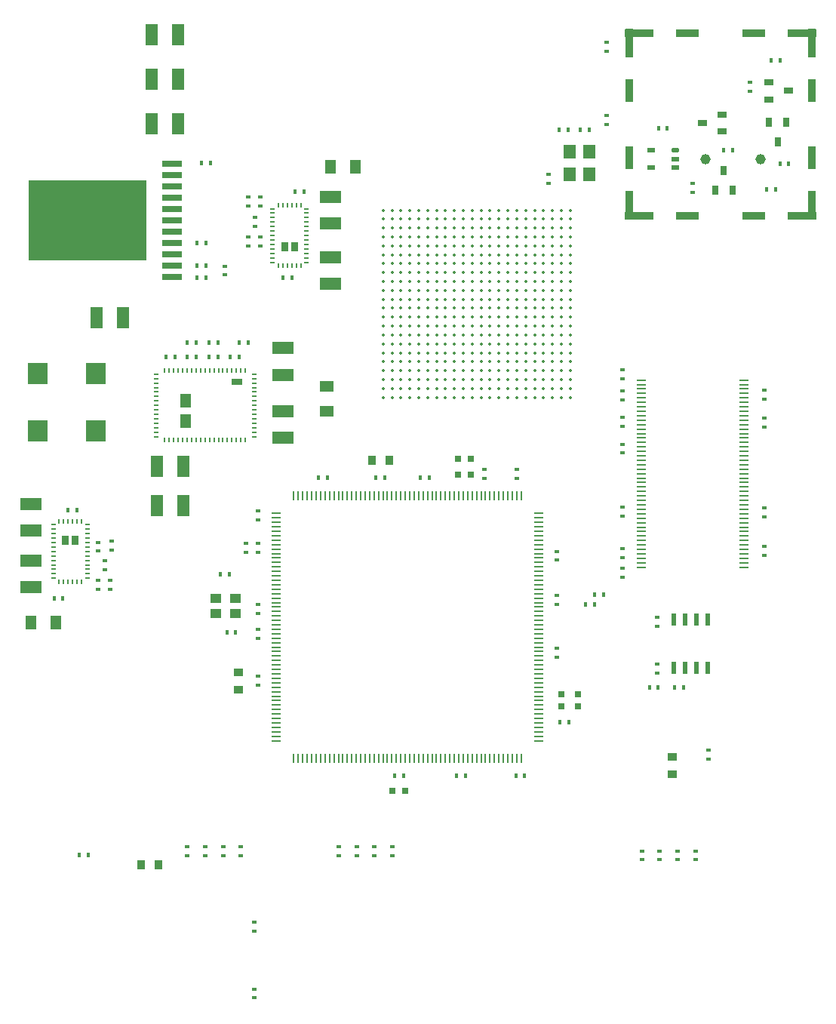
<source format=gbp>
G04 Layer_Color=128*
%FSLAX44Y44*%
%MOMM*%
G71*
G01*
G75*
%ADD98R,1.0400X0.6400*%
%ADD99R,0.6400X1.0400*%
%ADD102R,0.3700X0.5200*%
%ADD103R,0.5200X0.3700*%
%ADD104R,0.9000X1.1000*%
%ADD105R,1.1000X0.9000*%
%ADD106R,2.4000X1.4000*%
%ADD107R,1.4000X2.4000*%
%ADD108R,2.1600X2.3600*%
%ADD110R,1.2970X1.0938*%
%ADD113O,1.1000X0.2000*%
%ADD184R,1.3000X0.7500*%
%ADD185R,1.1750X1.6050*%
%ADD186C,0.3500*%
%ADD187O,0.2000X1.1000*%
G04:AMPARAMS|DCode=188|XSize=1.17mm|YSize=1.17mm|CornerRadius=0.585mm|HoleSize=0mm|Usage=FLASHONLY|Rotation=0.000|XOffset=0mm|YOffset=0mm|HoleType=Round|Shape=RoundedRectangle|*
%AMROUNDEDRECTD188*
21,1,1.1700,0.0000,0,0,0.0*
21,1,0.0000,1.1700,0,0,0.0*
1,1,1.1700,0.0000,0.0000*
1,1,1.1700,0.0000,0.0000*
1,1,1.1700,0.0000,0.0000*
1,1,1.1700,0.0000,0.0000*
%
%ADD188ROUNDEDRECTD188*%
%ADD189R,0.6800X0.6800*%
%ADD190R,0.6800X0.6800*%
%ADD191R,1.6000X1.2000*%
%ADD192R,1.2000X1.6000*%
G04:AMPARAMS|DCode=193|XSize=0.5096mm|YSize=0.154mm|CornerRadius=0.0643mm|HoleSize=0mm|Usage=FLASHONLY|Rotation=270.000|XOffset=0mm|YOffset=0mm|HoleType=Round|Shape=RoundedRectangle|*
%AMROUNDEDRECTD193*
21,1,0.5096,0.0254,0,0,270.0*
21,1,0.3810,0.1540,0,0,270.0*
1,1,0.1286,-0.0127,-0.1905*
1,1,0.1286,-0.0127,0.1905*
1,1,0.1286,0.0127,0.1905*
1,1,0.1286,0.0127,-0.1905*
%
%ADD193ROUNDEDRECTD193*%
G04:AMPARAMS|DCode=194|XSize=0.5096mm|YSize=0.154mm|CornerRadius=0.0643mm|HoleSize=0mm|Usage=FLASHONLY|Rotation=0.000|XOffset=0mm|YOffset=0mm|HoleType=Round|Shape=RoundedRectangle|*
%AMROUNDEDRECTD194*
21,1,0.5096,0.0254,0,0,0.0*
21,1,0.3810,0.1540,0,0,0.0*
1,1,0.1286,0.1905,-0.0127*
1,1,0.1286,-0.1905,-0.0127*
1,1,0.1286,-0.1905,0.0127*
1,1,0.1286,0.1905,0.0127*
%
%ADD194ROUNDEDRECTD194*%
%ADD195R,2.3130X0.7636*%
%ADD196R,13.2858X9.0440*%
%ADD197R,1.3986X1.6018*%
%ADD198R,0.9400X0.4900*%
%ADD199O,0.9400X0.4900*%
%ADD200R,0.5000X1.4500*%
%ADD201R,0.9160X3.2020*%
%ADD202R,3.2020X0.9160*%
%ADD203R,2.5162X0.9160*%
%ADD204R,0.9160X2.5162*%
G36*
X353084Y747807D02*
X345084Y747806D01*
Y757806D01*
X353084D01*
Y747807D01*
D02*
G37*
G36*
X364084Y747806D02*
X356084Y747806D01*
Y757806D01*
X364084D01*
Y747806D01*
D02*
G37*
G36*
X106958Y418722D02*
X98958D01*
Y428722D01*
X106958Y428722D01*
Y418722D01*
D02*
G37*
G36*
X117958Y418722D02*
X109958D01*
Y428721D01*
X117958Y428722D01*
Y418722D01*
D02*
G37*
D98*
X892732Y918362D02*
D03*
Y937362D02*
D03*
X914732Y927862D02*
D03*
X817548Y891794D02*
D03*
X839548Y882294D02*
D03*
Y901294D02*
D03*
D99*
X851510Y816532D02*
D03*
X832510D02*
D03*
X842010Y838532D02*
D03*
X902208Y870634D02*
D03*
X911708Y892634D02*
D03*
X892708D02*
D03*
D102*
X264240Y628904D02*
D03*
X274240D02*
D03*
X249856D02*
D03*
X239856D02*
D03*
X667004Y884428D02*
D03*
X657004D02*
D03*
X128720Y70660D02*
D03*
X118720D02*
D03*
X461438Y493522D02*
D03*
X451438D02*
D03*
X397176D02*
D03*
X387176D02*
D03*
X657940Y219710D02*
D03*
X667940D02*
D03*
X551862Y159512D02*
D03*
X541862D02*
D03*
X472266D02*
D03*
X482266D02*
D03*
X618410D02*
D03*
X608410D02*
D03*
X511476Y493522D02*
D03*
X501476D02*
D03*
X276750Y385500D02*
D03*
X286750D02*
D03*
X284250Y320500D02*
D03*
X294250D02*
D03*
X768430Y885444D02*
D03*
X778430D02*
D03*
X899842Y816864D02*
D03*
X889842D02*
D03*
X894922Y962152D02*
D03*
X904922D02*
D03*
X250778Y718312D02*
D03*
X260778D02*
D03*
X260500Y757250D02*
D03*
X250500D02*
D03*
X256000Y847000D02*
D03*
X266000D02*
D03*
X707056Y362298D02*
D03*
X697056D02*
D03*
X696750Y351500D02*
D03*
X686750D02*
D03*
X768270Y258412D02*
D03*
X758270D02*
D03*
X308022Y645668D02*
D03*
X298022D02*
D03*
X249856D02*
D03*
X239856D02*
D03*
X264240D02*
D03*
X274240D02*
D03*
X298116Y628904D02*
D03*
X288116D02*
D03*
X215726D02*
D03*
X225726D02*
D03*
X90250Y358648D02*
D03*
X100250D02*
D03*
X361000Y814750D02*
D03*
X371000D02*
D03*
X115918Y457200D02*
D03*
X105918D02*
D03*
X347298Y718058D02*
D03*
X357298D02*
D03*
X680800Y884428D02*
D03*
X690800D02*
D03*
X796464Y258412D02*
D03*
X786464D02*
D03*
X851582Y861060D02*
D03*
X841582D02*
D03*
X904828Y846328D02*
D03*
X914828D02*
D03*
X260778Y731774D02*
D03*
X250778D02*
D03*
D103*
X315000Y-80000D02*
D03*
Y-90000D02*
D03*
X710750Y972000D02*
D03*
Y982000D02*
D03*
X139750Y378500D02*
D03*
Y368500D02*
D03*
X321818Y808910D02*
D03*
Y798910D02*
D03*
X139500Y411250D02*
D03*
Y421250D02*
D03*
X321818Y753444D02*
D03*
Y763444D02*
D03*
X314842Y-15000D02*
D03*
Y-5000D02*
D03*
X766826Y274748D02*
D03*
Y284748D02*
D03*
X825084Y178349D02*
D03*
Y188349D02*
D03*
X728472Y561514D02*
D03*
Y551514D02*
D03*
X887222Y459874D02*
D03*
Y449874D02*
D03*
X728472Y460422D02*
D03*
Y450422D02*
D03*
X887222Y560458D02*
D03*
Y550458D02*
D03*
X728472Y590978D02*
D03*
Y580978D02*
D03*
X887222Y406480D02*
D03*
Y416480D02*
D03*
X728472Y531288D02*
D03*
Y521288D02*
D03*
X887222Y591660D02*
D03*
Y581660D02*
D03*
X728472Y604568D02*
D03*
Y614568D02*
D03*
Y381826D02*
D03*
Y391826D02*
D03*
X728222Y403924D02*
D03*
Y413924D02*
D03*
X319278Y323770D02*
D03*
Y313770D02*
D03*
X654304Y411146D02*
D03*
Y401146D02*
D03*
X319278Y419782D02*
D03*
Y409782D02*
D03*
Y456358D02*
D03*
Y446358D02*
D03*
X654304Y292434D02*
D03*
Y302434D02*
D03*
X609346Y492840D02*
D03*
Y502840D02*
D03*
X305308Y419782D02*
D03*
Y409782D02*
D03*
X319278Y271192D02*
D03*
Y261192D02*
D03*
X573532Y492840D02*
D03*
Y502840D02*
D03*
X654304Y351616D02*
D03*
Y361616D02*
D03*
X750000Y75000D02*
D03*
Y65000D02*
D03*
X770000D02*
D03*
Y75000D02*
D03*
X790000D02*
D03*
Y65000D02*
D03*
X260000Y70000D02*
D03*
Y80000D02*
D03*
X240000D02*
D03*
Y70000D02*
D03*
X300000D02*
D03*
Y80000D02*
D03*
X430000D02*
D03*
Y70000D02*
D03*
X410000D02*
D03*
Y80000D02*
D03*
X470000D02*
D03*
Y70000D02*
D03*
X810000Y65000D02*
D03*
Y75000D02*
D03*
X147320Y390478D02*
D03*
Y400478D02*
D03*
X153670Y378380D02*
D03*
Y368380D02*
D03*
X315468Y786050D02*
D03*
Y776050D02*
D03*
X308102Y798910D02*
D03*
Y808910D02*
D03*
X155194Y422322D02*
D03*
Y412322D02*
D03*
X308102Y753444D02*
D03*
Y763444D02*
D03*
X766750Y337000D02*
D03*
Y327000D02*
D03*
X280000Y80000D02*
D03*
Y70000D02*
D03*
X450000D02*
D03*
Y80000D02*
D03*
X319278Y351710D02*
D03*
Y341710D02*
D03*
X806958Y813896D02*
D03*
Y823896D02*
D03*
X870966Y927434D02*
D03*
Y937434D02*
D03*
X281940Y731186D02*
D03*
Y721186D02*
D03*
X710000Y900000D02*
D03*
Y890000D02*
D03*
X644906Y824310D02*
D03*
Y834310D02*
D03*
D104*
X207759Y59614D02*
D03*
X187759D02*
D03*
X466946Y513334D02*
D03*
X446946D02*
D03*
D105*
X784038Y180709D02*
D03*
Y160709D02*
D03*
X297180Y255684D02*
D03*
Y275684D02*
D03*
D106*
X347472Y639078D02*
D03*
Y609078D02*
D03*
X346964Y568466D02*
D03*
Y538466D02*
D03*
X64008Y370826D02*
D03*
Y400826D02*
D03*
X400558Y779004D02*
D03*
Y809004D02*
D03*
X64008Y464326D02*
D03*
Y434326D02*
D03*
X400558Y741186D02*
D03*
Y711186D02*
D03*
D107*
X235472Y462788D02*
D03*
X205472D02*
D03*
Y506476D02*
D03*
X235472D02*
D03*
X167908Y673354D02*
D03*
X137908D02*
D03*
X229630Y890524D02*
D03*
X199630D02*
D03*
Y940689D02*
D03*
X229630D02*
D03*
Y990854D02*
D03*
X199630D02*
D03*
D108*
X72148Y610616D02*
D03*
X137148D02*
D03*
Y545846D02*
D03*
X72148D02*
D03*
D110*
X294176Y358386D02*
D03*
X272078D02*
D03*
Y341368D02*
D03*
X294176D02*
D03*
D113*
X634418Y198636D02*
D03*
Y203636D02*
D03*
Y208636D02*
D03*
Y213636D02*
D03*
Y218636D02*
D03*
Y223636D02*
D03*
Y228636D02*
D03*
Y233636D02*
D03*
Y238636D02*
D03*
Y243636D02*
D03*
Y248636D02*
D03*
Y253636D02*
D03*
Y258636D02*
D03*
Y263636D02*
D03*
Y268636D02*
D03*
Y273636D02*
D03*
Y278636D02*
D03*
Y283636D02*
D03*
Y288636D02*
D03*
Y293636D02*
D03*
Y298636D02*
D03*
Y303636D02*
D03*
Y308636D02*
D03*
Y313636D02*
D03*
Y318636D02*
D03*
Y323636D02*
D03*
Y328636D02*
D03*
Y333636D02*
D03*
Y338636D02*
D03*
Y343636D02*
D03*
Y348636D02*
D03*
Y353636D02*
D03*
Y358636D02*
D03*
Y363636D02*
D03*
Y368636D02*
D03*
Y373636D02*
D03*
Y378636D02*
D03*
Y383636D02*
D03*
Y388636D02*
D03*
Y393636D02*
D03*
Y398636D02*
D03*
Y403636D02*
D03*
Y408636D02*
D03*
Y413636D02*
D03*
Y418636D02*
D03*
Y423636D02*
D03*
Y428636D02*
D03*
Y433636D02*
D03*
Y438636D02*
D03*
Y443636D02*
D03*
Y448636D02*
D03*
Y453636D02*
D03*
X339418D02*
D03*
Y448636D02*
D03*
Y443636D02*
D03*
Y438636D02*
D03*
Y433636D02*
D03*
Y428636D02*
D03*
Y423636D02*
D03*
Y418636D02*
D03*
Y413636D02*
D03*
Y408636D02*
D03*
Y403636D02*
D03*
Y398636D02*
D03*
Y393636D02*
D03*
Y388636D02*
D03*
Y383636D02*
D03*
Y378636D02*
D03*
Y373636D02*
D03*
Y368636D02*
D03*
Y363636D02*
D03*
Y358636D02*
D03*
Y353636D02*
D03*
Y348636D02*
D03*
Y343636D02*
D03*
Y338636D02*
D03*
Y333636D02*
D03*
Y328636D02*
D03*
Y323636D02*
D03*
Y318636D02*
D03*
Y313636D02*
D03*
Y308636D02*
D03*
Y303636D02*
D03*
Y298636D02*
D03*
Y293636D02*
D03*
Y288636D02*
D03*
Y283636D02*
D03*
Y278636D02*
D03*
Y273636D02*
D03*
Y268636D02*
D03*
Y263636D02*
D03*
Y258636D02*
D03*
Y253636D02*
D03*
Y248636D02*
D03*
Y243636D02*
D03*
Y238636D02*
D03*
Y233636D02*
D03*
Y228636D02*
D03*
Y223636D02*
D03*
Y218636D02*
D03*
Y213636D02*
D03*
Y208636D02*
D03*
Y203636D02*
D03*
Y198636D02*
D03*
X749204Y393264D02*
D03*
Y398264D02*
D03*
Y403264D02*
D03*
Y408264D02*
D03*
Y413264D02*
D03*
Y418264D02*
D03*
Y423264D02*
D03*
Y428264D02*
D03*
Y433264D02*
D03*
Y438264D02*
D03*
Y443264D02*
D03*
Y448264D02*
D03*
Y453264D02*
D03*
Y458264D02*
D03*
Y463264D02*
D03*
Y468264D02*
D03*
Y473264D02*
D03*
Y478264D02*
D03*
Y483264D02*
D03*
Y488264D02*
D03*
Y493264D02*
D03*
Y498264D02*
D03*
Y503264D02*
D03*
Y508264D02*
D03*
Y513264D02*
D03*
Y518264D02*
D03*
Y523264D02*
D03*
Y528264D02*
D03*
Y533264D02*
D03*
Y538264D02*
D03*
Y543264D02*
D03*
Y548264D02*
D03*
Y553264D02*
D03*
Y558264D02*
D03*
Y563264D02*
D03*
Y568264D02*
D03*
Y573264D02*
D03*
Y578264D02*
D03*
Y583264D02*
D03*
Y588264D02*
D03*
Y593264D02*
D03*
Y598264D02*
D03*
Y603264D02*
D03*
X864204Y393264D02*
D03*
Y398264D02*
D03*
Y403264D02*
D03*
Y408264D02*
D03*
Y413264D02*
D03*
Y418264D02*
D03*
Y423264D02*
D03*
Y428264D02*
D03*
Y433264D02*
D03*
Y438264D02*
D03*
Y443264D02*
D03*
Y448264D02*
D03*
Y453264D02*
D03*
Y458264D02*
D03*
Y463264D02*
D03*
Y468264D02*
D03*
Y473264D02*
D03*
Y478264D02*
D03*
Y483264D02*
D03*
Y488264D02*
D03*
Y493264D02*
D03*
Y498264D02*
D03*
Y503264D02*
D03*
Y508264D02*
D03*
Y513264D02*
D03*
Y518264D02*
D03*
Y523264D02*
D03*
Y528264D02*
D03*
Y533264D02*
D03*
Y538264D02*
D03*
Y543264D02*
D03*
Y548264D02*
D03*
Y553264D02*
D03*
Y558264D02*
D03*
Y563264D02*
D03*
Y568264D02*
D03*
Y573264D02*
D03*
Y578264D02*
D03*
Y583264D02*
D03*
Y588264D02*
D03*
Y593264D02*
D03*
Y598264D02*
D03*
Y603264D02*
D03*
D184*
X295341Y601301D02*
D03*
D185*
X238218Y580277D02*
D03*
Y557027D02*
D03*
D186*
X459534Y583848D02*
D03*
X469534D02*
D03*
X479534D02*
D03*
X489534D02*
D03*
X499534D02*
D03*
X509534D02*
D03*
X519534D02*
D03*
X529534D02*
D03*
X539534D02*
D03*
X549534D02*
D03*
X559534D02*
D03*
X569534D02*
D03*
X579534D02*
D03*
X589534D02*
D03*
X599534D02*
D03*
X609534D02*
D03*
X619534D02*
D03*
X629534D02*
D03*
X639534D02*
D03*
X649534D02*
D03*
X659534D02*
D03*
X669534D02*
D03*
X459534Y593848D02*
D03*
X469534D02*
D03*
X479534D02*
D03*
X489534D02*
D03*
X499534D02*
D03*
X509534D02*
D03*
X519534D02*
D03*
X529534D02*
D03*
X539534D02*
D03*
X549534D02*
D03*
X559534D02*
D03*
X569534D02*
D03*
X579534D02*
D03*
X589534D02*
D03*
X599534D02*
D03*
X609534D02*
D03*
X619534D02*
D03*
X629534D02*
D03*
X639534D02*
D03*
X649534D02*
D03*
X659534D02*
D03*
X669534D02*
D03*
X459534Y603848D02*
D03*
X469534D02*
D03*
X479534D02*
D03*
X489534D02*
D03*
X499534D02*
D03*
X509534D02*
D03*
X519534D02*
D03*
X529534D02*
D03*
X539534D02*
D03*
X549534D02*
D03*
X559534D02*
D03*
X569534D02*
D03*
X579534D02*
D03*
X589534D02*
D03*
X599534D02*
D03*
X609534D02*
D03*
X619534D02*
D03*
X629534D02*
D03*
X639534D02*
D03*
X649534D02*
D03*
X659534D02*
D03*
X669534D02*
D03*
X459534Y613848D02*
D03*
X469534D02*
D03*
X479534D02*
D03*
X489534D02*
D03*
X499534D02*
D03*
X509534D02*
D03*
X519534D02*
D03*
X529534D02*
D03*
X539534D02*
D03*
X549534D02*
D03*
X559534D02*
D03*
X569534D02*
D03*
X579534D02*
D03*
X589534D02*
D03*
X599534D02*
D03*
X609534D02*
D03*
X619534D02*
D03*
X629534D02*
D03*
X639534D02*
D03*
X649534D02*
D03*
X659534D02*
D03*
X669534D02*
D03*
X459534Y623848D02*
D03*
X469534D02*
D03*
X479534D02*
D03*
X489534D02*
D03*
X499534D02*
D03*
X509534D02*
D03*
X519534D02*
D03*
X529534D02*
D03*
X539534D02*
D03*
X549534D02*
D03*
X559534D02*
D03*
X569534D02*
D03*
X579534D02*
D03*
X589534D02*
D03*
X599534D02*
D03*
X609534D02*
D03*
X619534D02*
D03*
X629534D02*
D03*
X639534D02*
D03*
X649534D02*
D03*
X659534D02*
D03*
X669534D02*
D03*
X459534Y633848D02*
D03*
X469534D02*
D03*
X479534D02*
D03*
X489534D02*
D03*
X499534D02*
D03*
X509534D02*
D03*
X519534D02*
D03*
X529534D02*
D03*
X539534D02*
D03*
X549534D02*
D03*
X559534D02*
D03*
X569534D02*
D03*
X579534D02*
D03*
X589534D02*
D03*
X599534D02*
D03*
X609534D02*
D03*
X619534D02*
D03*
X629534D02*
D03*
X639534D02*
D03*
X649534D02*
D03*
X659534D02*
D03*
X669534D02*
D03*
X459534Y643848D02*
D03*
X469534D02*
D03*
X479534D02*
D03*
X489534D02*
D03*
X499534D02*
D03*
X509534D02*
D03*
X519534D02*
D03*
X529534D02*
D03*
X539534D02*
D03*
X549534D02*
D03*
X559534D02*
D03*
X569534D02*
D03*
X579534D02*
D03*
X589534D02*
D03*
X599534D02*
D03*
X609534D02*
D03*
X619534D02*
D03*
X629534D02*
D03*
X639534D02*
D03*
X649534D02*
D03*
X659534D02*
D03*
X669534D02*
D03*
X459534Y653848D02*
D03*
X469534D02*
D03*
X479534D02*
D03*
X489534D02*
D03*
X499534D02*
D03*
X509534D02*
D03*
X519534D02*
D03*
X529534D02*
D03*
X539534D02*
D03*
X549534D02*
D03*
X559534D02*
D03*
X569534D02*
D03*
X579534D02*
D03*
X589534D02*
D03*
X599534D02*
D03*
X609534D02*
D03*
X619534D02*
D03*
X629534D02*
D03*
X639534D02*
D03*
X649534D02*
D03*
X659534D02*
D03*
X669534D02*
D03*
X459534Y663848D02*
D03*
X469534D02*
D03*
X479534D02*
D03*
X489534D02*
D03*
X499534D02*
D03*
X509534D02*
D03*
X519534D02*
D03*
X529534D02*
D03*
X539534D02*
D03*
X549534D02*
D03*
X559534D02*
D03*
X569534D02*
D03*
X579534D02*
D03*
X589534D02*
D03*
X599534D02*
D03*
X609534D02*
D03*
X619534D02*
D03*
X629534D02*
D03*
X639534D02*
D03*
X649534D02*
D03*
X659534D02*
D03*
X669534D02*
D03*
X459534Y673848D02*
D03*
X469534D02*
D03*
X479534D02*
D03*
X489534D02*
D03*
X499534D02*
D03*
X509534D02*
D03*
X519534D02*
D03*
X529534D02*
D03*
X539534D02*
D03*
X549534D02*
D03*
X559534D02*
D03*
X569534D02*
D03*
X579534D02*
D03*
X589534D02*
D03*
X599534D02*
D03*
X609534D02*
D03*
X619534D02*
D03*
X629534D02*
D03*
X639534D02*
D03*
X649534D02*
D03*
X659534D02*
D03*
X669534D02*
D03*
X459534Y683848D02*
D03*
X469534D02*
D03*
X479534D02*
D03*
X489534D02*
D03*
X499534D02*
D03*
X509534D02*
D03*
X519534D02*
D03*
X529534D02*
D03*
X539534D02*
D03*
X549534D02*
D03*
X559534D02*
D03*
X569534D02*
D03*
X579534D02*
D03*
X589534D02*
D03*
X599534D02*
D03*
X609534D02*
D03*
X619534D02*
D03*
X629534D02*
D03*
X639534D02*
D03*
X649534D02*
D03*
X659534D02*
D03*
X669534D02*
D03*
X459534Y693848D02*
D03*
X469534D02*
D03*
X479534D02*
D03*
X489534D02*
D03*
X499534D02*
D03*
X509534D02*
D03*
X519534D02*
D03*
X529534D02*
D03*
X539534D02*
D03*
X549534D02*
D03*
X559534D02*
D03*
X569534D02*
D03*
X579534D02*
D03*
X589534D02*
D03*
X599534D02*
D03*
X609534D02*
D03*
X619534D02*
D03*
X629534D02*
D03*
X639534D02*
D03*
X649534D02*
D03*
X659534D02*
D03*
X669534D02*
D03*
X459534Y703848D02*
D03*
X469534D02*
D03*
X479534D02*
D03*
X489534D02*
D03*
X499534D02*
D03*
X509534D02*
D03*
X519534D02*
D03*
X529534D02*
D03*
X539534D02*
D03*
X549534D02*
D03*
X559534D02*
D03*
X569534D02*
D03*
X579534D02*
D03*
X589534D02*
D03*
X599534D02*
D03*
X609534D02*
D03*
X619534D02*
D03*
X629534D02*
D03*
X639534D02*
D03*
X649534D02*
D03*
X659534D02*
D03*
X669534D02*
D03*
X459534Y713848D02*
D03*
X469534D02*
D03*
X479534D02*
D03*
X489534D02*
D03*
X499534D02*
D03*
X509534D02*
D03*
X519534D02*
D03*
X529534D02*
D03*
X539534D02*
D03*
X549534D02*
D03*
X559534D02*
D03*
X569534D02*
D03*
X579534D02*
D03*
X589534D02*
D03*
X599534D02*
D03*
X609534D02*
D03*
X619534D02*
D03*
X629534D02*
D03*
X639534D02*
D03*
X649534D02*
D03*
X659534D02*
D03*
X669534D02*
D03*
X459534Y723848D02*
D03*
X469534D02*
D03*
X479534D02*
D03*
X489534D02*
D03*
X499534D02*
D03*
X509534D02*
D03*
X519534D02*
D03*
X529534D02*
D03*
X539534D02*
D03*
X549534D02*
D03*
X559534D02*
D03*
X569534D02*
D03*
X579534D02*
D03*
X589534D02*
D03*
X599534D02*
D03*
X609534D02*
D03*
X619534D02*
D03*
X629534D02*
D03*
X639534D02*
D03*
X649534D02*
D03*
X659534D02*
D03*
X669534D02*
D03*
X459534Y733848D02*
D03*
X469534D02*
D03*
X479534D02*
D03*
X489534D02*
D03*
X499534D02*
D03*
X509534D02*
D03*
X519534D02*
D03*
X529534D02*
D03*
X539534D02*
D03*
X549534D02*
D03*
X559534D02*
D03*
X569534D02*
D03*
X579534D02*
D03*
X589534D02*
D03*
X599534D02*
D03*
X609534D02*
D03*
X619534D02*
D03*
X629534D02*
D03*
X639534D02*
D03*
X649534D02*
D03*
X659534D02*
D03*
X669534D02*
D03*
X459534Y743848D02*
D03*
X469534D02*
D03*
X479534D02*
D03*
X489534D02*
D03*
X499534D02*
D03*
X509534D02*
D03*
X519534D02*
D03*
X529534D02*
D03*
X539534D02*
D03*
X549534D02*
D03*
X559534D02*
D03*
X569534D02*
D03*
X579534D02*
D03*
X589534D02*
D03*
X599534D02*
D03*
X609534D02*
D03*
X619534D02*
D03*
X629534D02*
D03*
X639534D02*
D03*
X649534D02*
D03*
X659534D02*
D03*
X669534D02*
D03*
X459534Y753848D02*
D03*
X469534D02*
D03*
X479534D02*
D03*
X489534D02*
D03*
X499534D02*
D03*
X509534D02*
D03*
X519534D02*
D03*
X529534D02*
D03*
X539534D02*
D03*
X549534D02*
D03*
X559534D02*
D03*
X569534D02*
D03*
X579534D02*
D03*
X589534D02*
D03*
X599534D02*
D03*
X609534D02*
D03*
X619534D02*
D03*
X629534D02*
D03*
X639534D02*
D03*
X649534D02*
D03*
X659534D02*
D03*
X669534D02*
D03*
X459534Y763848D02*
D03*
X469534D02*
D03*
X479534D02*
D03*
X489534D02*
D03*
X499534D02*
D03*
X509534D02*
D03*
X519534D02*
D03*
X529534D02*
D03*
X539534D02*
D03*
X549534D02*
D03*
X559534D02*
D03*
X569534D02*
D03*
X579534D02*
D03*
X589534D02*
D03*
X599534D02*
D03*
X609534D02*
D03*
X619534D02*
D03*
X629534D02*
D03*
X639534D02*
D03*
X649534D02*
D03*
X659534D02*
D03*
X669534D02*
D03*
X459534Y773848D02*
D03*
X469534D02*
D03*
X479534D02*
D03*
X489534D02*
D03*
X499534D02*
D03*
X509534D02*
D03*
X519534D02*
D03*
X529534D02*
D03*
X539534D02*
D03*
X549534D02*
D03*
X559534D02*
D03*
X569534D02*
D03*
X579534D02*
D03*
X589534D02*
D03*
X599534D02*
D03*
X609534D02*
D03*
X619534D02*
D03*
X629534D02*
D03*
X639534D02*
D03*
X649534D02*
D03*
X659534D02*
D03*
X669534D02*
D03*
X459534Y783848D02*
D03*
X469534D02*
D03*
X479534D02*
D03*
X489534D02*
D03*
X499534D02*
D03*
X509534D02*
D03*
X519534D02*
D03*
X529534D02*
D03*
X539534D02*
D03*
X549534D02*
D03*
X559534D02*
D03*
X569534D02*
D03*
X579534D02*
D03*
X589534D02*
D03*
X599534D02*
D03*
X609534D02*
D03*
X619534D02*
D03*
X629534D02*
D03*
X639534D02*
D03*
X649534D02*
D03*
X659534D02*
D03*
X669534D02*
D03*
X459534Y793848D02*
D03*
X469534D02*
D03*
X479534D02*
D03*
X489534D02*
D03*
X499534D02*
D03*
X509534D02*
D03*
X519534D02*
D03*
X529534D02*
D03*
X539534D02*
D03*
X549534D02*
D03*
X559534D02*
D03*
X569534D02*
D03*
X579534D02*
D03*
X589534D02*
D03*
X599534D02*
D03*
X609534D02*
D03*
X619534D02*
D03*
X629534D02*
D03*
X639534D02*
D03*
X649534D02*
D03*
X659534D02*
D03*
X669534D02*
D03*
D187*
X359418Y178636D02*
D03*
X364418D02*
D03*
X369418D02*
D03*
X374418D02*
D03*
X379418D02*
D03*
X384418D02*
D03*
X389418D02*
D03*
X394418D02*
D03*
X399418D02*
D03*
X404418D02*
D03*
X409418D02*
D03*
X414418D02*
D03*
X419418D02*
D03*
X424418D02*
D03*
X429418D02*
D03*
X434418D02*
D03*
X439418D02*
D03*
X444418D02*
D03*
X449418D02*
D03*
X454418D02*
D03*
X459418D02*
D03*
X464418D02*
D03*
X469418D02*
D03*
X474418D02*
D03*
X479418D02*
D03*
X484418D02*
D03*
X489418D02*
D03*
X494418D02*
D03*
X499418D02*
D03*
X504418D02*
D03*
X509418D02*
D03*
X514418D02*
D03*
X519418D02*
D03*
X524418D02*
D03*
X529418D02*
D03*
X534418D02*
D03*
X539418D02*
D03*
X544418D02*
D03*
X549418D02*
D03*
X554418D02*
D03*
X559418D02*
D03*
X564418D02*
D03*
X569418D02*
D03*
X574418D02*
D03*
X579418D02*
D03*
X584418D02*
D03*
X589418D02*
D03*
X594418D02*
D03*
X599418D02*
D03*
X604418D02*
D03*
X609418D02*
D03*
X614418D02*
D03*
Y473636D02*
D03*
X609418D02*
D03*
X604418D02*
D03*
X599418D02*
D03*
X594418D02*
D03*
X589418D02*
D03*
X584418D02*
D03*
X579418D02*
D03*
X574418D02*
D03*
X569418D02*
D03*
X564418D02*
D03*
X559418D02*
D03*
X554418D02*
D03*
X549418D02*
D03*
X544418D02*
D03*
X539418D02*
D03*
X534418D02*
D03*
X529418D02*
D03*
X524418D02*
D03*
X519418D02*
D03*
X514418D02*
D03*
X509418D02*
D03*
X504418D02*
D03*
X499418D02*
D03*
X494418D02*
D03*
X489418D02*
D03*
X484418D02*
D03*
X479418D02*
D03*
X474418D02*
D03*
X469418D02*
D03*
X464418D02*
D03*
X459418D02*
D03*
X454418D02*
D03*
X449418D02*
D03*
X444418D02*
D03*
X439418D02*
D03*
X434418D02*
D03*
X429418D02*
D03*
X424418D02*
D03*
X419418D02*
D03*
X414418D02*
D03*
X409418D02*
D03*
X404418D02*
D03*
X399418D02*
D03*
X394418D02*
D03*
X389418D02*
D03*
X384418D02*
D03*
X379418D02*
D03*
X374418D02*
D03*
X369418D02*
D03*
X364418D02*
D03*
X359418D02*
D03*
D188*
X883158Y851408D02*
D03*
X821436D02*
D03*
D189*
X677926Y250840D02*
D03*
Y236840D02*
D03*
X659638D02*
D03*
Y250840D02*
D03*
D190*
X543672Y496824D02*
D03*
X557672D02*
D03*
Y515112D02*
D03*
X543672D02*
D03*
X484266Y142494D02*
D03*
X470266D02*
D03*
D191*
X396240Y596168D02*
D03*
Y568168D02*
D03*
D192*
X63978Y331470D02*
D03*
X91978D02*
D03*
X428528Y842772D02*
D03*
X400528D02*
D03*
D193*
X121158Y376972D02*
D03*
X116078D02*
D03*
X110998D02*
D03*
X105958D02*
D03*
X100958D02*
D03*
X95958D02*
D03*
Y445008D02*
D03*
X100958D02*
D03*
X105958D02*
D03*
X110998D02*
D03*
X116078D02*
D03*
X121158D02*
D03*
X341884Y731520D02*
D03*
X346964D02*
D03*
X352044D02*
D03*
X357084D02*
D03*
X362084D02*
D03*
X367084D02*
D03*
Y799556D02*
D03*
X362084D02*
D03*
X357084D02*
D03*
X352044D02*
D03*
X346964D02*
D03*
X341884D02*
D03*
X304842Y535802D02*
D03*
X299842D02*
D03*
X294842D02*
D03*
X289842D02*
D03*
X284842D02*
D03*
X279842D02*
D03*
X274842D02*
D03*
X269842D02*
D03*
X264842D02*
D03*
X259842D02*
D03*
X254762D02*
D03*
X249682D02*
D03*
X244602D02*
D03*
X239776D02*
D03*
X234696D02*
D03*
X229616D02*
D03*
X224790D02*
D03*
X219710D02*
D03*
X214630D02*
D03*
Y613918D02*
D03*
X219710D02*
D03*
X224790D02*
D03*
X229616D02*
D03*
X234696D02*
D03*
X239776D02*
D03*
X244602D02*
D03*
X249682D02*
D03*
X254762D02*
D03*
X259842D02*
D03*
X264842D02*
D03*
X269842D02*
D03*
X274842D02*
D03*
X279842D02*
D03*
X284842D02*
D03*
X289842D02*
D03*
X294842D02*
D03*
X299842D02*
D03*
X304842D02*
D03*
D194*
X89458Y380972D02*
D03*
Y385972D02*
D03*
Y390972D02*
D03*
Y395972D02*
D03*
Y400972D02*
D03*
Y405972D02*
D03*
Y410972D02*
D03*
Y416052D02*
D03*
Y421132D02*
D03*
Y426212D02*
D03*
Y431038D02*
D03*
Y436118D02*
D03*
Y441198D02*
D03*
X127508D02*
D03*
Y436118D02*
D03*
Y431038D02*
D03*
Y426212D02*
D03*
Y421132D02*
D03*
Y416052D02*
D03*
Y410972D02*
D03*
Y405972D02*
D03*
Y400972D02*
D03*
Y395972D02*
D03*
Y390972D02*
D03*
Y385972D02*
D03*
Y380972D02*
D03*
X335534Y795556D02*
D03*
Y790556D02*
D03*
Y785556D02*
D03*
Y780556D02*
D03*
Y775556D02*
D03*
Y770556D02*
D03*
Y765556D02*
D03*
Y760476D02*
D03*
Y755396D02*
D03*
Y750316D02*
D03*
Y745490D02*
D03*
Y740410D02*
D03*
Y735330D02*
D03*
X373584D02*
D03*
Y740410D02*
D03*
Y745490D02*
D03*
Y750316D02*
D03*
Y755396D02*
D03*
Y760476D02*
D03*
Y765556D02*
D03*
Y770556D02*
D03*
Y775556D02*
D03*
Y780556D02*
D03*
Y785556D02*
D03*
Y790556D02*
D03*
Y795556D02*
D03*
X314842Y609854D02*
D03*
Y605028D02*
D03*
Y599948D02*
D03*
Y594868D02*
D03*
Y590042D02*
D03*
Y584962D02*
D03*
Y579882D02*
D03*
Y574802D02*
D03*
Y569802D02*
D03*
Y564802D02*
D03*
Y559802D02*
D03*
Y554802D02*
D03*
Y549802D02*
D03*
Y544802D02*
D03*
Y539802D02*
D03*
X204724D02*
D03*
Y544802D02*
D03*
Y549802D02*
D03*
Y554802D02*
D03*
Y559802D02*
D03*
Y564802D02*
D03*
Y569802D02*
D03*
Y574802D02*
D03*
Y579882D02*
D03*
Y584962D02*
D03*
Y590042D02*
D03*
Y594868D02*
D03*
Y599948D02*
D03*
Y605028D02*
D03*
Y609854D02*
D03*
D195*
X222758Y846328D02*
D03*
Y833628D02*
D03*
Y820928D02*
D03*
Y808228D02*
D03*
Y795528D02*
D03*
Y782828D02*
D03*
Y770128D02*
D03*
Y757428D02*
D03*
Y744728D02*
D03*
Y732028D02*
D03*
Y719328D02*
D03*
D196*
X127508Y782828D02*
D03*
D197*
X668782Y859614D02*
D03*
Y834136D02*
D03*
X691006Y859614D02*
D03*
Y834136D02*
D03*
D198*
X760184Y860908D02*
D03*
Y841908D02*
D03*
X787184D02*
D03*
Y851408D02*
D03*
D199*
Y860908D02*
D03*
D200*
X785368Y334358D02*
D03*
X798068D02*
D03*
X810768D02*
D03*
X823468D02*
D03*
Y280256D02*
D03*
X810768D02*
D03*
X798068D02*
D03*
X785368D02*
D03*
D201*
X940816Y981340D02*
D03*
X735700D02*
D03*
Y799154D02*
D03*
X940816D02*
D03*
D202*
X929386Y992770D02*
D03*
X747200D02*
D03*
Y787654D02*
D03*
X929386D02*
D03*
D203*
X875792Y992770D02*
D03*
Y787654D02*
D03*
X800700D02*
D03*
Y992770D02*
D03*
D204*
X940816Y927746D02*
D03*
Y852654D02*
D03*
X735700D02*
D03*
Y927746D02*
D03*
M02*

</source>
